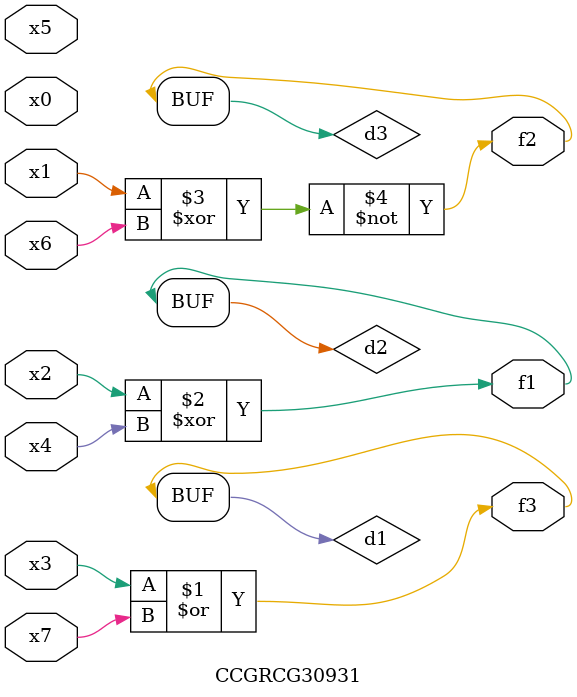
<source format=v>
module CCGRCG30931(
	input x0, x1, x2, x3, x4, x5, x6, x7,
	output f1, f2, f3
);

	wire d1, d2, d3;

	or (d1, x3, x7);
	xor (d2, x2, x4);
	xnor (d3, x1, x6);
	assign f1 = d2;
	assign f2 = d3;
	assign f3 = d1;
endmodule

</source>
